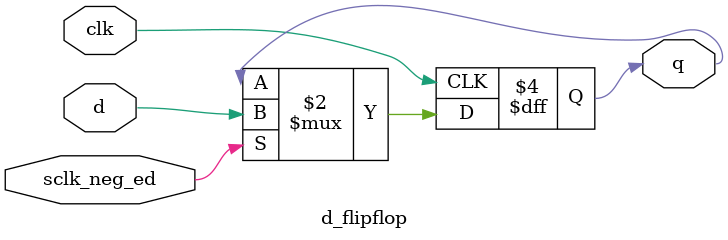
<source format=v>
module d_flipflop(clk, sclk_neg_ed, d, q);

input clk;
input d;
input sclk_neg_ed;
output reg q;

always @ ( posedge clk ) begin
	if (sclk_neg_ed) begin
		q <= d;
	end
end
	
endmodule

</source>
